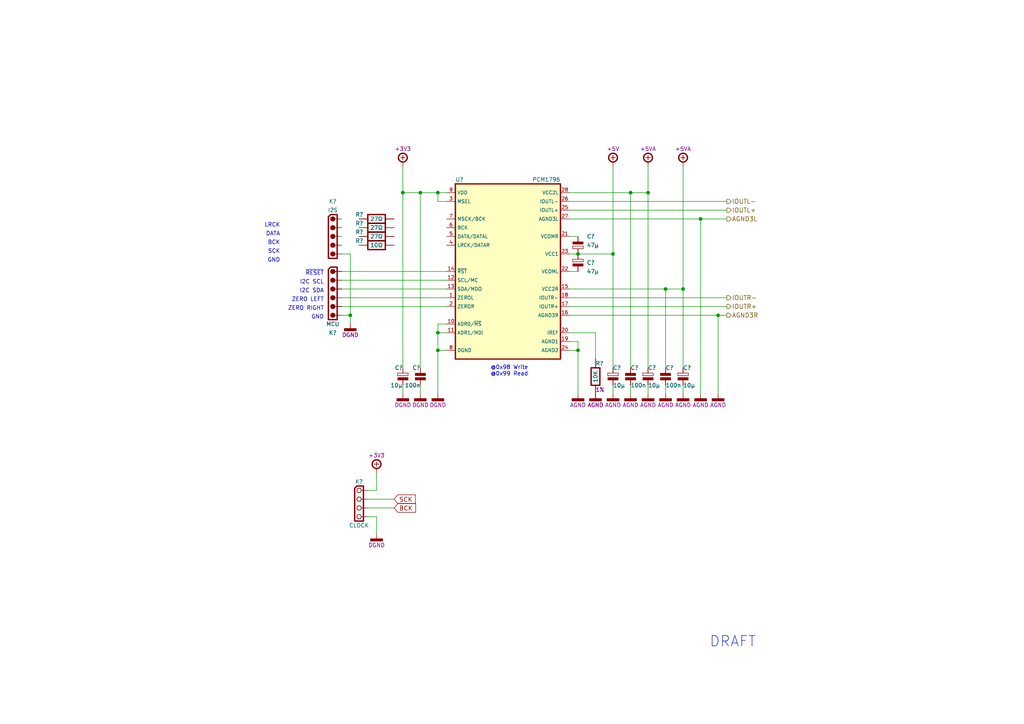
<source format=kicad_sch>
(kicad_sch (version 20230121) (generator eeschema)
  (paper "A4")
  (title_block (title "PCM1795/6") (date "01/2023") (rev "A") (comment 1 "DAC PCM1796"))
  (lib_symbols
    (symbol "KOASPEER-RT-1206-27R-1P_1" (pin_numbers hide) (pin_names (offset 0) hide)
      (property "Reference" "R" (at 2.54 1.27 0))
      (property "Value" "KOASPEER-RT-1206-27R-1P_1" (at 2.54 -1.27 0))
      (symbol "KOASPEER-RT-1206-27R-1P_1_0_1"
        (rectangle (start -1.27 -2.54) (end 1.27 2.54) (stroke (width 0.4)))
      )
      (symbol "KOASPEER-RT-1206-27R-1P_1_1_1"
        (pin passive line (at 0 5.08 270) (length 2.54) (name "~") (number "1"))
        (pin passive line (at 0 -5.08 90) (length 2.54) (name "~") (number "2"))
      )
    )
    (symbol "KOASPEER-RT-1206-27R-1P_2" (pin_numbers hide) (pin_names (offset 0) hide)
      (property "Reference" "R" (at 2.54 1.27 0))
      (property "Value" "KOASPEER-RT-1206-27R-1P_2" (at 2.54 -1.27 0))
      (symbol "KOASPEER-RT-1206-27R-1P_2_0_1"
        (rectangle (start -1.27 -2.54) (end 1.27 2.54) (stroke (width 0.4)))
      )
      (symbol "KOASPEER-RT-1206-27R-1P_2_1_1"
        (pin passive line (at 0 5.08 270) (length 2.54) (name "~") (number "1"))
        (pin passive line (at 0 -5.08 90) (length 2.54) (name "~") (number "2"))
      )
    )
    (symbol "tronixio:CAPACITOR-1206-1U-10P-X7R" (pin_numbers hide) (pin_names (offset 0) hide)
      (property "Reference" "C" (at 1 2.54 0))
      (property "Value" "CAPACITOR-1206-1U-10P-X7R" (at 1 -2.54 0))
      (symbol "CAPACITOR-1206-1U-10P-X7R_0_1"
        (rectangle (start -1.524 -0.254) (end 1.524 -1.016) (stroke (width 0.001)) (fill (type outline)))
        (rectangle (start -1.524 1.016) (end 1.524 0.254) (stroke (width 0.001)) (fill (type outline)))
      )
      (symbol "CAPACITOR-1206-1U-10P-X7R_1_1"
        (pin passive line (at 0 2.54 270) (length 1.905) (name "~") (number "1"))
        (pin passive line (at 0 -2.54 90) (length 1.905) (name "~") (number "2"))
      )
    )
    (symbol "tronixio:HARWIN-254-F-1X04-VERTICAL" (pin_numbers hide) (pin_names (offset 0) hide)
      (property "Reference" "K" (at 0 2.54 0))
      (property "Value" "HARWIN-254-F-1X04-VERTICAL" (at 0 -10.16 0))
      (symbol "HARWIN-254-F-1X04-VERTICAL_0_1"
        (circle (center 0 -7.62) (radius 0.635) (stroke (width 0.2)))
        (circle (center 0 -5.08) (radius 0.635) (stroke (width 0.2)))
        (circle (center 0 -2.54) (radius 0.635) (stroke (width 0.2)))
        (polyline (pts (xy -1.27 -8.89) (xy 1.27 -8.89) (xy 1.27 0.635) (xy 0.635 1.27) (xy -1.27 1.27) (xy -1.27 -8.89)) (stroke (width 0.4)))
        (circle (center 0 0) (radius 0.635) (stroke (width 0.2)))
      )
      (symbol "HARWIN-254-F-1X04-VERTICAL_1_1"
        (pin passive line (at -2.54 0 0) (length 1.905) (name "1") (number "1"))
        (pin passive line (at -2.54 -2.54 0) (length 1.905) (name "2") (number "2"))
        (pin passive line (at -2.54 -5.08 0) (length 1.905) (name "3") (number "3"))
        (pin passive line (at -2.54 -7.62 0) (length 1.905) (name "4") (number "4"))
      )
    )
    (symbol "tronixio:HARWIN-254-M-1X06-VERTICAL" (pin_numbers hide) (pin_names (offset 0) hide)
      (property "Reference" "K" (at 0 2.54 0))
      (property "Value" "HARWIN-254-M-1X06-VERTICAL" (at 0 -15.24 0))
      (symbol "HARWIN-254-M-1X06-VERTICAL_0_1"
        (circle (center 0 -12.7) (radius 0.635) (stroke (width 0.2)) (fill (type outline)))
        (circle (center 0 -10.16) (radius 0.635) (stroke (width 0.2)) (fill (type outline)))
        (circle (center 0 -7.62) (radius 0.635) (stroke (width 0.2)) (fill (type outline)))
        (circle (center 0 -5.08) (radius 0.635) (stroke (width 0.2)) (fill (type outline)))
        (circle (center 0 -2.54) (radius 0.635) (stroke (width 0.2)) (fill (type outline)))
        (polyline (pts (xy -1.27 -13.97) (xy 1.27 -13.97) (xy 1.27 0.635) (xy 0.635 1.27) (xy -1.27 1.27) (xy -1.27 -13.97)) (stroke (width 0.4)))
        (circle (center 0 0) (radius 0.635) (stroke (width 0.2)) (fill (type outline)))
      )
      (symbol "HARWIN-254-M-1X06-VERTICAL_1_1"
        (pin passive line (at -2.54 0 0) (length 1.905) (name "1") (number "1"))
        (pin passive line (at -2.54 -2.54 0) (length 1.905) (name "2") (number "2"))
        (pin passive line (at -2.54 -5.08 0) (length 1.905) (name "3") (number "3"))
        (pin passive line (at -2.54 -7.62 0) (length 1.905) (name "4") (number "4"))
        (pin passive line (at -2.54 -10.16 0) (length 1.905) (name "5") (number "5"))
        (pin passive line (at -2.54 -12.7 0) (length 1.905) (name "6") (number "6"))
      )
    )
    (symbol "tronixio:KOASPEER-RT-1206-10K-1P" (pin_numbers hide) (pin_names (offset 0) hide)
      (property "Reference" "R" (at 2.54 1.27 0))
      (property "Value" "KOASPEER-RT-1206-10K-1P" (at 2.54 -1.27 0))
      (symbol "KOASPEER-RT-1206-10K-1P_0_1"
        (rectangle (start -1.27 -2.54) (end 1.27 2.54) (stroke (width 0.4)))
      )
      (symbol "KOASPEER-RT-1206-10K-1P_1_1"
        (pin passive line (at 0 5.08 270) (length 2.54) (name "~") (number "1"))
        (pin passive line (at 0 -5.08 90) (length 2.54) (name "~") (number "2"))
      )
    )
    (symbol "tronixio:KOASPEER-RT-1206-10R-1P" (pin_numbers hide) (pin_names (offset 0) hide)
      (property "Reference" "R" (at 2.54 1.27 0))
      (property "Value" "KOASPEER-RT-1206-10R-1P" (at 2.54 -1.27 0))
      (symbol "KOASPEER-RT-1206-10R-1P_0_1"
        (rectangle (start -1.27 -2.54) (end 1.27 2.54) (stroke (width 0.4)))
      )
      (symbol "KOASPEER-RT-1206-10R-1P_1_1"
        (pin passive line (at 0 5.08 270) (length 2.54) (name "~") (number "1"))
        (pin passive line (at 0 -5.08 90) (length 2.54) (name "~") (number "2"))
      )
    )
    (symbol "tronixio:KOASPEER-RT-1206-27R-1P" (pin_numbers hide) (pin_names (offset 0) hide)
      (property "Reference" "R" (at 2.54 1.27 0))
      (property "Value" "KOASPEER-RT-1206-27R-1P" (at 2.54 -1.27 0))
      (symbol "KOASPEER-RT-1206-27R-1P_0_1"
        (rectangle (start -1.27 -2.54) (end 1.27 2.54) (stroke (width 0.4)))
      )
      (symbol "KOASPEER-RT-1206-27R-1P_1_1"
        (pin passive line (at 0 5.08 270) (length 2.54) (name "~") (number "1"))
        (pin passive line (at 0 -5.08 90) (length 2.54) (name "~") (number "2"))
      )
    )
    (symbol "tronixio:MOLEX-MICRO-LATCH-05-VERTICAL" (pin_numbers hide) (pin_names (offset 0) hide)
      (property "Reference" "K" (at 0 2.54 0))
      (property "Value" "MOLEX-MICRO-LATCH-05-VERTICAL" (at 0 -12.7 0))
      (symbol "MOLEX-MICRO-LATCH-05-VERTICAL_0_1"
        (circle (center 0 -10.16) (radius 0.635) (stroke (width 0.2)) (fill (type outline)))
        (circle (center 0 -7.62) (radius 0.635) (stroke (width 0.2)) (fill (type outline)))
        (circle (center 0 -5.08) (radius 0.635) (stroke (width 0.2)) (fill (type outline)))
        (circle (center 0 -2.54) (radius 0.635) (stroke (width 0.2)) (fill (type outline)))
        (polyline (pts (xy -1.27 -11.43) (xy 1.27 -11.43) (xy 1.27 0.635) (xy 0.635 1.27) (xy -1.27 1.27) (xy -1.27 -11.43)) (stroke (width 0.4)))
        (circle (center 0 0) (radius 0.635) (stroke (width 0.2)) (fill (type outline)))
      )
      (symbol "MOLEX-MICRO-LATCH-05-VERTICAL_1_1"
        (pin passive line (at -2.54 0 0) (length 1.905) (name "1") (number "1"))
        (pin passive line (at -2.54 -2.54 0) (length 1.905) (name "2") (number "2"))
        (pin passive line (at -2.54 -5.08 0) (length 1.905) (name "3") (number "3"))
        (pin passive line (at -2.54 -7.62 0) (length 1.905) (name "4") (number "4"))
        (pin passive line (at -2.54 -10.16 0) (length 1.905) (name "5") (number "5"))
      )
    )
    (symbol "tronixio:POWER-+3V3" (power) (pin_numbers hide) (pin_names (offset 0) hide)
      (property "Name" "+3V3" (at 0 5.08 0))
      (symbol "POWER-+3V3_0_1"
        (polyline (pts (xy -0.635 2.54) (xy 0.635 2.54)) (stroke (width 0.2)))
        (polyline (pts (xy 0 1.905) (xy 0 3.175)) (stroke (width 0.2)))
        (circle (center 0 2.54) (radius 1.27) (stroke (width 0.4)))
      )
      (symbol "POWER-+3V3_1_1"
        (pin power_in line (at 0 0 90) (length 1.27) (name "+3V3") (number "1"))
      )
    )
    (symbol "tronixio:POWER-+5V" (power) (pin_numbers hide) (pin_names (offset 0) hide)
      (property "Name" "+5V" (at 0 5.08 0))
      (symbol "POWER-+5V_0_1"
        (polyline (pts (xy -0.635 2.54) (xy 0.635 2.54)) (stroke (width 0.2)))
        (polyline (pts (xy 0 1.905) (xy 0 3.175)) (stroke (width 0.2)))
        (circle (center 0 2.54) (radius 1.27) (stroke (width 0.4)))
      )
      (symbol "POWER-+5V_1_1"
        (pin power_in line (at 0 0 90) (length 1.27) (name "+5V") (number "1"))
      )
    )
    (symbol "tronixio:POWER-+5VA" (power) (pin_numbers hide) (pin_names (offset 0) hide)
      (property "Name" "+5VA" (at 0 5.08 0))
      (symbol "POWER-+5VA_0_1"
        (polyline (pts (xy -0.635 2.54) (xy 0.635 2.54)) (stroke (width 0.2)))
        (polyline (pts (xy 0 1.905) (xy 0 3.175)) (stroke (width 0.2)))
        (circle (center 0 2.54) (radius 1.27) (stroke (width 0.4)))
      )
      (symbol "POWER-+5VA_1_1"
        (pin power_in line (at 0 0 90) (length 1.27) (name "+5VA") (number "1"))
      )
    )
    (symbol "tronixio:POWER-AGND" (power) (pin_numbers hide) (pin_names (offset 0) hide)
      (property "Name" "AGND" (at 0 -3.175 0))
      (symbol "POWER-AGND_0_1"
        (rectangle (start -1.778 -2.032) (end 1.778 -1.27) (stroke (width 0.001)) (fill (type outline)))
      )
      (symbol "POWER-AGND_1_1"
        (pin power_in line (at 0 0 270) (length 1.27) (name "AGND") (number "1"))
      )
    )
    (symbol "tronixio:POWER-DGND" (power) (pin_numbers hide) (pin_names (offset 0) hide)
      (property "Name" "DGND" (at 0 -3.175 0))
      (symbol "POWER-DGND_0_1"
        (rectangle (start -1.778 -2.032) (end 1.778 -1.27) (stroke (width 0.001)) (fill (type outline)))
      )
      (symbol "POWER-DGND_1_1"
        (pin power_in line (at 0 0 270) (length 1.27) (name "DGND") (number "1"))
      )
    )
    (symbol "tronixio:TI-PCM1796-I2C-SSOP-28" (pin_names (offset 0.5))
      (property "Reference" "U" (at 17.78 3.81 0))
      (property "Value" "TI-PCM1796-I2C-SSOP-28" (at 17.78 -49.53 0))
      (symbol "TI-PCM1796-I2C-SSOP-28_0_1"
        (rectangle (start 2.54 2.54) (end 33.02 -48.26) (stroke (width 0.4)) (fill (type background)))
      )
      (symbol "TI-PCM1796-I2C-SSOP-28_1_1"
        (pin bidirectional line (at 0 -30.48 0) (length 2.54) (name "ZEROL") (number "1"))
        (pin input line (at 0 -38.1 0) (length 2.54) (name "ADR0/~{MS}") (number "10"))
        (pin input line (at 0 -40.64 0) (length 2.54) (name "ADR1/MDI") (number "11"))
        (pin input line (at 0 -25.4 0) (length 2.54) (name "SCL/MC") (number "12"))
        (pin bidirectional line (at 0 -27.94 0) (length 2.54) (name "SDA/MDO") (number "13"))
        (pin input line (at 0 -22.86 0) (length 2.54) (name "~{RST}") (number "14"))
        (pin power_in line (at 35.56 -27.94 180) (length 2.54) (name "VCC2R") (number "15"))
        (pin power_in line (at 35.56 -35.56 180) (length 2.54) (name "AGND3R") (number "16"))
        (pin output line (at 35.56 -33.02 180) (length 2.54) (name "IOUTR+") (number "17"))
        (pin output line (at 35.56 -30.48 180) (length 2.54) (name "IOUTR-") (number "18"))
        (pin power_in line (at 35.56 -43.18 180) (length 2.54) (name "AGND1") (number "19"))
        (pin bidirectional line (at 0 -33.02 0) (length 2.54) (name "ZEROR") (number "2"))
        (pin output line (at 35.56 -40.64 180) (length 2.54) (name "IREF") (number "20"))
        (pin passive line (at 35.56 -12.7 180) (length 2.54) (name "VCOMR") (number "21"))
        (pin passive line (at 35.56 -22.86 180) (length 2.54) (name "VCOML") (number "22"))
        (pin power_in line (at 35.56 -17.78 180) (length 2.54) (name "VCC1") (number "23"))
        (pin power_in line (at 35.56 -45.72 180) (length 2.54) (name "AGND2") (number "24"))
        (pin output line (at 35.56 -5.08 180) (length 2.54) (name "IOUTL+") (number "25"))
        (pin output line (at 35.56 -2.54 180) (length 2.54) (name "IOUTL-") (number "26"))
        (pin power_in line (at 35.56 -7.62 180) (length 2.54) (name "AGND3L") (number "27"))
        (pin power_in line (at 35.56 0 180) (length 2.54) (name "VCC2L") (number "28"))
        (pin input line (at 0 -2.54 0) (length 2.54) (name "MSEL") (number "3"))
        (pin input line (at 0 -15.24 0) (length 2.54) (name "LRCK/DATAR") (number "4"))
        (pin input line (at 0 -12.7 0) (length 2.54) (name "DATA/DATAL") (number "5"))
        (pin input line (at 0 -10.16 0) (length 2.54) (name "BCK") (number "6"))
        (pin input line (at 0 -7.62 0) (length 2.54) (name "MSCK/BCK") (number "7"))
        (pin power_in line (at 0 -45.72 0) (length 2.54) (name "DGND") (number "8"))
        (pin power_in line (at 0 0 0) (length 2.54) (name "VDD") (number "9"))
      )
    )
    (symbol "tronixio:WURTH-WCAP-AT1H-10U-35V" (pin_numbers hide) (pin_names (offset 0) hide)
      (property "Reference" "C" (at 1.27 2.54 0))
      (property "Value" "WURTH-WCAP-AT1H-10U-35V" (at 1.27 -2.54 0))
      (symbol "WURTH-WCAP-AT1H-10U-35V_0_1"
        (rectangle (start -1.524 -0.254) (end 1.524 -1.016) (stroke (width 0.001)) (fill (type outline)))
        (rectangle (start -1.524 1.016) (end 1.524 0.254) (stroke (width 0.1524)))
      )
      (symbol "WURTH-WCAP-AT1H-10U-35V_1_1"
        (pin passive line (at 0 2.54 270) (length 1.5) (name "~") (number "1"))
        (pin passive line (at 0 -2.54 90) (length 1.905) (name "~") (number "2"))
      )
    )
    (symbol "tronixio:WURTH-WCAP-AT1H-47U-35V" (pin_numbers hide) (pin_names (offset 0) hide)
      (property "Reference" "C" (at 1.27 2.54 0))
      (property "Value" "WURTH-WCAP-AT1H-47U-35V" (at 1.27 -2.54 0))
      (symbol "WURTH-WCAP-AT1H-47U-35V_0_1"
        (rectangle (start -1.524 -0.254) (end 1.524 -1.016) (stroke (width 0.001)) (fill (type outline)))
        (rectangle (start -1.524 1.016) (end 1.524 0.254) (stroke (width 0.1524)))
      )
      (symbol "WURTH-WCAP-AT1H-47U-35V_1_1"
        (pin passive line (at 0 2.54 270) (length 1.5) (name "~") (number "1"))
        (pin passive line (at 0 -2.54 90) (length 1.905) (name "~") (number "2"))
      )
    )
  )
  (junction (at 182.88 55.88))
  (junction (at 127 55.88))
  (junction (at 167.64 101.6))
  (junction (at 101.6 91.44))
  (junction (at 127 101.6))
  (junction (at 187.96 55.88))
  (junction (at 127 96.52))
  (junction (at 198.12 83.82))
  (junction (at 116.84 55.88))
  (junction (at 121.92 55.88))
  (junction (at 203.2 63.5))
  (junction (at 193.04 83.82))
  (junction (at 167.64 73.66))
  (junction (at 177.8 73.66))
  (junction (at 208.28 91.44))
  (wire (pts (xy 193.04 114.3) (xy 193.04 111.76)))
  (wire (pts (xy 165.1 73.66) (xy 167.64 73.66)))
  (wire (pts (xy 165.1 83.82) (xy 193.04 83.82)))
  (wire (pts (xy 165.1 55.88) (xy 182.88 55.88)))
  (wire (pts (xy 109.22 142.24) (xy 109.22 137.16)))
  (wire (pts (xy 165.1 88.9) (xy 210.82 88.9)))
  (wire (pts (xy 165.1 58.42) (xy 210.82 58.42)))
  (wire (pts (xy 121.92 106.68) (xy 121.92 55.88)))
  (wire (pts (xy 127 96.52) (xy 127 101.6)))
  (wire (pts (xy 99.06 91.44) (xy 101.6 91.44)))
  (wire (pts (xy 116.84 106.68) (xy 116.84 55.88)))
  (wire (pts (xy 167.64 73.66) (xy 177.8 73.66)))
  (wire (pts (xy 129.54 96.52) (xy 127 96.52)))
  (wire (pts (xy 99.06 88.9) (xy 129.54 88.9)))
  (wire (pts (xy 165.1 91.44) (xy 208.28 91.44)))
  (wire (pts (xy 165.1 60.96) (xy 210.82 60.96)))
  (wire (pts (xy 172.72 96.52) (xy 172.72 104.14)))
  (wire (pts (xy 101.6 73.66) (xy 101.6 91.44)))
  (wire (pts (xy 187.96 48.26) (xy 187.96 55.88)))
  (wire (pts (xy 121.92 55.88) (xy 127 55.88)))
  (wire (pts (xy 127 55.88) (xy 127 58.42)))
  (wire (pts (xy 198.12 48.26) (xy 198.12 83.82)))
  (wire (pts (xy 116.84 55.88) (xy 121.92 55.88)))
  (wire (pts (xy 109.22 149.86) (xy 109.22 154.94)))
  (wire (pts (xy 187.96 55.88) (xy 187.96 106.68)))
  (wire (pts (xy 99.06 73.66) (xy 101.6 73.66)))
  (wire (pts (xy 127 93.98) (xy 127 96.52)))
  (wire (pts (xy 208.28 91.44) (xy 208.28 114.3)))
  (wire (pts (xy 106.68 149.86) (xy 109.22 149.86)))
  (wire (pts (xy 165.1 86.36) (xy 210.82 86.36)))
  (wire (pts (xy 177.8 111.76) (xy 177.8 114.3)))
  (wire (pts (xy 165.1 96.52) (xy 172.72 96.52)))
  (wire (pts (xy 99.06 86.36) (xy 129.54 86.36)))
  (wire (pts (xy 165.1 63.5) (xy 203.2 63.5)))
  (wire (pts (xy 182.88 55.88) (xy 187.96 55.88)))
  (wire (pts (xy 106.68 147.32) (xy 114.3 147.32)))
  (wire (pts (xy 167.64 99.06) (xy 167.64 101.6)))
  (wire (pts (xy 182.88 55.88) (xy 182.88 106.68)))
  (wire (pts (xy 121.92 111.76) (xy 121.92 114.3)))
  (wire (pts (xy 127 55.88) (xy 129.54 55.88)))
  (wire (pts (xy 165.1 101.6) (xy 167.64 101.6)))
  (wire (pts (xy 106.68 142.24) (xy 109.22 142.24)))
  (wire (pts (xy 116.84 48.26) (xy 116.84 55.88)))
  (wire (pts (xy 182.88 114.3) (xy 182.88 111.76)))
  (wire (pts (xy 165.1 78.74) (xy 167.64 78.74)))
  (wire (pts (xy 203.2 63.5) (xy 203.2 114.3)))
  (wire (pts (xy 116.84 114.3) (xy 116.84 111.76)))
  (wire (pts (xy 167.64 101.6) (xy 167.64 114.3)))
  (wire (pts (xy 193.04 83.82) (xy 198.12 83.82)))
  (wire (pts (xy 198.12 83.82) (xy 198.12 106.68)))
  (wire (pts (xy 127 101.6) (xy 129.54 101.6)))
  (wire (pts (xy 208.28 91.44) (xy 210.82 91.44)))
  (wire (pts (xy 127 101.6) (xy 127 114.3)))
  (wire (pts (xy 165.1 99.06) (xy 167.64 99.06)))
  (wire (pts (xy 106.68 144.78) (xy 114.3 144.78)))
  (wire (pts (xy 177.8 73.66) (xy 177.8 106.68)))
  (wire (pts (xy 198.12 114.3) (xy 198.12 111.76)))
  (wire (pts (xy 99.06 78.74) (xy 129.54 78.74)))
  (wire (pts (xy 187.96 114.3) (xy 187.96 111.76)))
  (wire (pts (xy 177.8 48.26) (xy 177.8 73.66)))
  (wire (pts (xy 203.2 63.5) (xy 210.82 63.5)))
  (wire (pts (xy 101.6 93.98) (xy 101.6 91.44)))
  (wire (pts (xy 129.54 93.98) (xy 127 93.98)))
  (wire (pts (xy 129.54 58.42) (xy 127 58.42)))
  (wire (pts (xy 165.1 68.58) (xy 167.64 68.58)))
  (wire (pts (xy 99.06 83.82) (xy 129.54 83.82)))
  (wire (pts (xy 99.06 81.28) (xy 129.54 81.28)))
  (wire (pts (xy 193.04 83.82) (xy 193.04 106.68)))
  (text "@0x98 Write\n@0x99 Read" (at 142.24 109.22 0) (effects (font (size 1.15 1.15)) (justify left bottom)))
  (text "LRCK" (at 81.28 66.04 0) (effects (font (size 1.15 1.15)) (justify right bottom)))
  (text "BCK" (at 81.28 71.12 0) (effects (font (size 1.15 1.15)) (justify right bottom)))
  (text "SCK" (at 81.28 73.66 0) (effects (font (size 1.15 1.15)) (justify right bottom)))
  (text "DATA" (at 81.28 68.58 0) (effects (font (size 1.15 1.15)) (justify right bottom)))
  (text "ZERO RIGHT" (at 93.98 90.17 0) (effects (font (size 1.15 1.15)) (justify right bottom)))
  (text "GND" (at 93.98 92.71 0) (effects (font (size 1.15 1.15)) (justify right bottom)))
  (text "GND" (at 81.28 76.2 0) (effects (font (size 1.15 1.15)) (justify right bottom)))
  (text "~{RESET}" (at 93.98 80.01 0) (effects (font (size 1.15 1.15)) (justify right bottom)))
  (text "ZERO LEFT" (at 93.98 87.63 0) (effects (font (size 1.15 1.15)) (justify right bottom)))
  (text "I2C SDA" (at 93.98 85.09 0) (effects (font (size 1.15 1.15)) (justify right bottom)))
  (text "I2C SCL" (at 93.98 82.55 0) (effects (font (size 1.15 1.15)) (justify right bottom)))
  (text "DRAFT" (at 205.74 187.96 0) (effects (font (size 3 3)) (justify left bottom)))
  (global_label "BCK" (shape input) (at 114.3 147.32 0) (property "Intersheetrefs" "${INTERSHEET_REFS}" (effects hide)))
  (global_label "SCK" (shape input) (at 114.3 144.78 0) (property "Intersheetrefs" "${INTERSHEET_REFS}" (effects hide)))
  (hierarchical_label "IOUTL+" (shape output) (at 210.82 60.96 0))
  (hierarchical_label "IOUTL-" (shape output) (at 210.82 58.42 0))
  (hierarchical_label "IOUTR-" (shape output) (at 210.82 86.36 0))
  (hierarchical_label "IOUTR+" (shape output) (at 210.82 88.9 0))
  (hierarchical_label "AGND3R" (shape output) (at 210.82 91.44 0))
  (hierarchical_label "AGND3L" (shape output) (at 210.82 63.5 0))
  (symbol (lib_id "tronixio:TI-PCM1796-I2C-SSOP-28") (at 129.54 55.88 0) (unit 1)
    (property "Reference" "U?" (at 132.08 52.07 0) (effects (font (size 1.15 1.15)) (justify left)))
    (property "Value" "PCM1796" (at 162.56 52.07 0) (effects (font (size 1.15 1.15)) (justify right)))
    (property "Footprint" "tronixio:SSOP-28" (effects hide))
    (property "Datasheet" "https://www.ti.com/product/PCM1796" (effects hide))
    (property "Mouser" "595-PCM1796DBR" (effects hide))
    (instances (project "main" (path "" (reference "U?") (unit 1)) (path "" (reference "U301") (unit 1)) (path "" (reference "U201") (unit 1))))
  )
  (symbol (lib_id "tronixio:POWER-+5VA") (at 198.12 48.26 0) (unit 1)
    (property "Reference" "#PWR?" (effects hide))
    (property "Value" "POWER-VCC-1" (effects hide))
    (property "Name" "+5VA" (at 198.12 43.18 0) (effects (font (size 1.15 1.15))))
    (instances (project "main" (path "" (reference "#PWR?") (unit 1)) (path "" (reference "#PWR0316") (unit 1)) (path "" (reference "#PWR0216") (unit 1))))
  )
  (symbol (lib_id "tronixio:POWER-AGND") (at 177.8 114.3 0) (unit 1)
    (property "Reference" "#PWR?" (effects hide))
    (property "Value" "POWER-AGND" (effects hide))
    (property "Name" "AGND" (at 177.8 117.475 0) (effects (font (size 1.15 1.15))))
    (instances (project "main" (path "" (reference "#PWR?") (unit 1)) (path "" (reference "#PWR0311") (unit 1)) (path "" (reference "#PWR0211") (unit 1))))
  )
  (symbol (lib_id "tronixio:POWER-DGND") (at 101.6 93.98 0) (unit 1)
    (property "Reference" "#PWR?" (effects hide))
    (property "Value" "POWER-DGND" (effects hide))
    (property "Name" "DGND" (at 101.6 97.155 0) (effects (font (size 1.15 1.15))))
    (instances (project "main" (path "" (reference "#PWR?") (unit 1)) (path "" (reference "#PWR0303") (unit 1)) (path "" (reference "#PWR0201") (unit 1))))
  )
  (symbol (lib_id "tronixio:WURTH-WCAP-AT1H-47U-35V") (at 167.64 71.12 180) (unit 1)
    (property "Reference" "C?" (at 170.18 68.58 0) (effects (font (size 1.15 1.15)) (justify right)))
    (property "Value" "47µ" (at 170.18 71.12 0) (effects (font (size 1.15 1.15)) (justify right)))
    (property "Footprint" "tronixio:CAPACITOR-ELECTROLYTIC-RADIAL-080-115-035-WURTH" (effects hide))
    (property "Datasheet" "https://www.we-online.com/catalog/datasheet/860240574004.pdf" (effects hide))
    (property "Tolerance" "20%" (effects hide))
    (property "Mouser" "710-860240574004" (effects hide))
    (property "Voltage" "35V" (effects hide))
    (instances (project "main" (path "" (reference "C?") (unit 1)) (path "" (reference "C303") (unit 1)) (path "" (reference "C203") (unit 1))))
  )
  (symbol (lib_id "tronixio:POWER-AGND") (at 172.72 114.3 0) (unit 1)
    (property "Reference" "#PWR?" (effects hide))
    (property "Value" "POWER-AGND" (effects hide))
    (property "Name" "AGND" (at 172.72 117.475 0) (effects (font (size 1.15 1.15))))
    (instances (project "main" (path "" (reference "#PWR?") (unit 1)) (path "" (reference "#PWR0309") (unit 1)) (path "" (reference "#PWR0209") (unit 1))))
  )
  (symbol (lib_id "tronixio:WURTH-WCAP-AT1H-10U-35V") (at 187.96 109.22 0) (unit 1)
    (property "Reference" "C?" (at 187.96 106.68 0) (effects (font (size 1.15 1.15)) (justify left)))
    (property "Value" "10µ" (at 187.96 111.76 0) (effects (font (size 1.15 1.15)) (justify left)))
    (property "Footprint" "tronixio:CAPACITOR-ELECTROLYTIC-RADIAL-050-110-020-WURTH" (effects hide))
    (property "Datasheet" "https://www.we-online.com/catalog/datasheet/860240572001.pdf" (effects hide))
    (property "Tolerance" "20%" (effects hide))
    (property "Mouser" "710-860240572001" (effects hide))
    (property "Voltage" "35V" (effects hide))
    (property "Life" "5000H" (effects hide))
    (instances (project "main" (path "" (reference "C?") (unit 1)) (path "" (reference "C307") (unit 1)) (path "" (reference "C207") (unit 1))))
  )
  (symbol (lib_id "tronixio:MOLEX-MICRO-LATCH-05-VERTICAL") (at 96.52 63.5 0) (mirror y) (unit 1)
    (property "Reference" "K?" (at 96.52 58.42 0) (effects (font (size 1.15 1.15))))
    (property "Value" "I2S" (at 96.52 60.96 0) (effects (font (size 1.15 1.15))))
    (property "Footprint" "tronixio:MOLEX-532530570" (effects hide))
    (property "Datasheet" "https://www.molex.com/pdm_docs/sd/532530570_sd.pdf" (effects hide))
    (property "Mouser" "538-53253-0570" (effects hide))
    (instances (project "main" (path "" (reference "K?") (unit 1)) (path "" (reference "K302") (unit 1)) (path "" (reference "K201") (unit 1))))
  )
  (symbol (lib_id "tronixio:CAPACITOR-1206-1U-10P-X7R") (at 193.04 109.22 0) (unit 1)
    (property "Reference" "C?" (at 193.04 106.68 0) (effects (font (size 1.15 1.15)) (justify left)))
    (property "Value" "100n" (at 193.04 111.76 0) (effects (font (size 1.15 1.15)) (justify left)))
    (property "Footprint" "tronixio:CAPACITOR-SMD-1206" (effects hide))
    (property "Datasheet" "https://content.kemet.com/datasheets/KEM_C1090_X7R_ESD.pdf" (effects hide))
    (property "Voltage" "50V" (effects hide))
    (property "Tolerance" "10%" (effects hide))
    (property "Mouser" "80-C1206C105K5R" (effects hide))
    (instances (project "main" (path "" (reference "C?") (unit 1)) (path "" (reference "C308") (unit 1)) (path "" (reference "C208") (unit 1))))
  )
  (symbol (lib_id "tronixio:POWER-AGND") (at 208.28 114.3 0) (unit 1)
    (property "Reference" "#PWR?" (effects hide))
    (property "Value" "POWER-AGND" (effects hide))
    (property "Name" "AGND" (at 208.28 117.475 0) (effects (font (size 1.15 1.15))))
    (instances (project "main" (path "" (reference "#PWR?") (unit 1)) (path "" (reference "#PWR0319") (unit 1)) (path "" (reference "#PWR0219") (unit 1))))
  )
  (symbol (lib_id "tronixio:POWER-AGND") (at 182.88 114.3 0) (unit 1)
    (property "Reference" "#PWR?" (effects hide))
    (property "Value" "POWER-AGND" (effects hide))
    (property "Name" "AGND" (at 182.88 117.475 0) (effects (font (size 1.15 1.15))))
    (instances (project "main" (path "" (reference "#PWR?") (unit 1)) (path "" (reference "#PWR0312") (unit 1)) (path "" (reference "#PWR0212") (unit 1))))
  )
  (symbol (lib_id "tronixio:WURTH-WCAP-AT1H-47U-35V") (at 167.64 76.2 0) (unit 1)
    (property "Reference" "C?" (at 170.18 76.2 0) (effects (font (size 1.15 1.15)) (justify left)))
    (property "Value" "47µ" (at 170.18 78.74 0) (effects (font (size 1.15 1.15)) (justify left)))
    (property "Footprint" "tronixio:CAPACITOR-ELECTROLYTIC-RADIAL-080-115-035-WURTH" (effects hide))
    (property "Datasheet" "https://www.we-online.com/catalog/datasheet/860240574004.pdf" (effects hide))
    (property "Tolerance" "20%" (effects hide))
    (property "Mouser" "710-860240574004" (effects hide))
    (property "Voltage" "35V" (effects hide))
    (instances (project "main" (path "" (reference "C?") (unit 1)) (path "" (reference "C304") (unit 1)) (path "" (reference "C204") (unit 1))))
  )
  (symbol (lib_id "tronixio:HARWIN-254-F-1X04-VERTICAL") (at 104.14 142.24 0) (mirror y) (unit 1)
    (property "Reference" "K?" (at 104.14 139.7 0) (effects (font (size 1.15 1.15))))
    (property "Value" "CLOCK" (at 104.14 152.4 0) (effects (font (size 1.15 1.15))))
    (property "Footprint" "tronixio:HARWIN-M20-782044x" (effects hide))
    (property "Datasheet" "https://www.harwin.com/products/M20-7820446/" (effects hide))
    (property "Mouser" "855-M20-782044" (effects hide))
    (instances (project "main" (path "" (reference "K?") (unit 1)) (path "" (reference "K301") (unit 1)) (path "" (reference "K203") (unit 1))))
  )
  (symbol (lib_id "tronixio:POWER-DGND") (at 121.92 114.3 0) (unit 1)
    (property "Reference" "#PWR?" (effects hide))
    (property "Value" "POWER-DGND" (effects hide))
    (property "Name" "DGND" (at 121.92 117.475 0) (effects (font (size 1.15 1.15))))
    (instances (project "main" (path "" (reference "#PWR?") (unit 1)) (path "" (reference "#PWR0306") (unit 1)) (path "" (reference "#PWR0206") (unit 1))))
  )
  (symbol (lib_id "tronixio:KOASPEER-RT-1206-27R-1P") (at 109.22 63.5 90) (unit 1)
    (property "Reference" "R?" (at 105.41 62.23 90) (effects (font (size 1.15 1.15)) (justify left)))
    (property "Value" "27Ω" (at 109.22 63.5 90) (effects (font (size 1.15 1.15))))
    (property "Footprint" "tronixio:RESISTOR-SMD-1206" (effects hide))
    (property "Datasheet" "https://www.yageo.com/en/Product/Index/rchip/thin_film/rt" (effects hide))
    (property "Tolerance" "1%" (effects hide))
    (property "Mouser" "603-RT1206FRE0727RL" (effects hide))
    (instances (project "main" (path "" (reference "R?") (unit 1)) (path "" (reference "R301") (unit 1)) (path "" (reference "R201") (unit 1))))
  )
  (symbol (lib_id "tronixio:POWER-AGND") (at 193.04 114.3 0) (unit 1)
    (property "Reference" "#PWR?" (effects hide))
    (property "Value" "POWER-AGND" (effects hide))
    (property "Name" "AGND" (at 193.04 117.475 0) (effects (font (size 1.15 1.15))))
    (instances (project "main" (path "" (reference "#PWR?") (unit 1)) (path "" (reference "#PWR0315") (unit 1)) (path "" (reference "#PWR0215") (unit 1))))
  )
  (symbol (lib_name "KOASPEER-RT-1206-27R-1P_1") (lib_id "tronixio:KOASPEER-RT-1206-27R-1P") (at 109.22 66.04 90) (unit 1)
    (property "Reference" "R?" (at 105.41 64.77 90) (effects (font (size 1.15 1.15)) (justify left)))
    (property "Value" "27Ω" (at 109.22 66.04 90) (effects (font (size 1.15 1.15))))
    (property "Footprint" "tronixio:RESISTOR-SMD-1206" (effects hide))
    (property "Datasheet" "https://www.yageo.com/en/Product/Index/rchip/thin_film/rt" (effects hide))
    (property "Tolerance" "1%" (effects hide))
    (property "Mouser" "603-RT1206FRE0727RL" (effects hide))
    (instances (project "main" (path "" (reference "R?") (unit 1)) (path "" (reference "R302") (unit 1)) (path "" (reference "R202") (unit 1))))
  )
  (symbol (lib_id "tronixio:POWER-DGND") (at 116.84 114.3 0) (unit 1)
    (property "Reference" "#PWR?" (effects hide))
    (property "Value" "POWER-DGND" (effects hide))
    (property "Name" "DGND" (at 116.84 117.475 0) (effects (font (size 1.15 1.15))))
    (instances (project "main" (path "" (reference "#PWR?") (unit 1)) (path "" (reference "#PWR0305") (unit 1)) (path "" (reference "#PWR0205") (unit 1))))
  )
  (symbol (lib_id "tronixio:POWER-+5VA") (at 187.96 48.26 0) (unit 1)
    (property "Reference" "#PWR?" (effects hide))
    (property "Value" "POWER-VCC-1" (effects hide))
    (property "Name" "+5VA" (at 187.96 43.18 0) (effects (font (size 1.15 1.15))))
    (instances (project "main" (path "" (reference "#PWR?") (unit 1)) (path "" (reference "#PWR0313") (unit 1)) (path "" (reference "#PWR0213") (unit 1))))
  )
  (symbol (lib_id "tronixio:KOASPEER-RT-1206-10R-1P") (at 109.22 71.12 90) (unit 1)
    (property "Reference" "R?" (at 105.41 69.85 90) (effects (font (size 1.15 1.15)) (justify left)))
    (property "Value" "10Ω" (at 109.22 71.12 90) (effects (font (size 1.15 1.15))))
    (property "Footprint" "tronixio:RESISTOR-SMD-1206" (effects hide))
    (property "Datasheet" "https://www.yageo.com/en/Product/Index/rchip/thin_film/rt" (effects hide))
    (property "Tolerance" "1%" (effects hide))
    (property "Mouser" "603-RT1206FRE1310RL" (effects hide))
    (instances (project "main" (path "" (reference "R?") (unit 1)) (path "" (reference "R304") (unit 1)) (path "" (reference "R204") (unit 1))))
  )
  (symbol (lib_id "tronixio:CAPACITOR-1206-1U-10P-X7R") (at 182.88 109.22 0) (unit 1)
    (property "Reference" "C?" (at 182.88 106.68 0) (effects (font (size 1.15 1.15)) (justify left)))
    (property "Value" "100n" (at 182.88 111.76 0) (effects (font (size 1.15 1.15)) (justify left)))
    (property "Footprint" "tronixio:CAPACITOR-SMD-1206" (effects hide))
    (property "Datasheet" "https://content.kemet.com/datasheets/KEM_C1090_X7R_ESD.pdf" (effects hide))
    (property "Voltage" "50V" (effects hide))
    (property "Tolerance" "10%" (effects hide))
    (property "Mouser" "80-C1206C105K5R" (effects hide))
    (instances (project "main" (path "" (reference "C?") (unit 1)) (path "" (reference "C306") (unit 1)) (path "" (reference "C206") (unit 1))))
  )
  (symbol (lib_id "tronixio:POWER-+3V3") (at 109.22 137.16 0) (unit 1)
    (property "Reference" "#PWR?" (effects hide))
    (property "Value" "POWER-+3V3" (effects hide))
    (property "Name" "+3V3" (at 109.22 132.08 0) (effects (font (size 1.15 1.15))))
    (instances (project "main" (path "" (reference "#PWR?") (unit 1)) (path "" (reference "#PWR0301") (unit 1)) (path "" (reference "#PWR0202") (unit 1))))
  )
  (symbol (lib_id "tronixio:WURTH-WCAP-AT1H-10U-35V") (at 177.8 109.22 0) (unit 1)
    (property "Reference" "C?" (at 177.8 106.68 0) (effects (font (size 1.15 1.15)) (justify left)))
    (property "Value" "10µ" (at 177.8 111.76 0) (effects (font (size 1.15 1.15)) (justify left)))
    (property "Footprint" "tronixio:CAPACITOR-ELECTROLYTIC-RADIAL-050-110-020-WURTH" (effects hide))
    (property "Datasheet" "https://www.we-online.com/catalog/datasheet/860240572001.pdf" (effects hide))
    (property "Tolerance" "20%" (effects hide))
    (property "Mouser" "710-860240572001" (effects hide))
    (property "Voltage" "35V" (effects hide))
    (property "Life" "5000H" (effects hide))
    (instances (project "main" (path "" (reference "C?") (unit 1)) (path "" (reference "C305") (unit 1)) (path "" (reference "C205") (unit 1))))
  )
  (symbol (lib_id "tronixio:POWER-DGND") (at 127 114.3 0) (unit 1)
    (property "Reference" "#PWR?" (effects hide))
    (property "Value" "POWER-DGND" (effects hide))
    (property "Name" "DGND" (at 127 117.475 0) (effects (font (size 1.15 1.15))))
    (instances (project "main" (path "" (reference "#PWR?") (unit 1)) (path "" (reference "#PWR0307") (unit 1)) (path "" (reference "#PWR0207") (unit 1))))
  )
  (symbol (lib_id "tronixio:HARWIN-254-M-1X06-VERTICAL") (at 96.52 78.74 0) (mirror y) (unit 1)
    (property "Reference" "K?" (at 96.52 96.52 0) (effects (font (size 1.15 1.15))))
    (property "Value" "MCU" (at 96.52 93.98 0) (effects (font (size 1.15 1.15))))
    (property "Footprint" "tronixio:HARWIN-M20-999064x" (effects hide))
    (property "Datasheet" "https://www.harwin.com/products/M20-9990646/" (effects hide))
    (property "Mouser" "855-M20-999064" (effects hide))
    (property "Name" "HARWIN-254-M-1X06-VERTICAL" (effects hide))
    (instances (project "main" (path "" (reference "K?") (unit 1)) (path "" (reference "K303") (unit 1)) (path "" (reference "K202") (unit 1))))
  )
  (symbol (lib_id "tronixio:POWER-+3V3") (at 116.84 48.26 0) (unit 1)
    (property "Reference" "#PWR?" (effects hide))
    (property "Value" "POWER-+3V3" (effects hide))
    (property "Name" "+3V3" (at 116.84 43.18 0) (effects (font (size 1.15 1.15))))
    (instances (project "main" (path "" (reference "#PWR?") (unit 1)) (path "" (reference "#PWR0304") (unit 1)) (path "" (reference "#PWR0204") (unit 1))))
  )
  (symbol (lib_id "tronixio:KOASPEER-RT-1206-10K-1P") (at 172.72 109.22 0) (unit 1)
    (property "Reference" "R?" (at 172.72 105.41 0) (effects (font (size 1.15 1.15)) (justify left)))
    (property "Value" "10K" (at 172.72 109.22 90) (effects (font (size 1.15 1.15))))
    (property "Footprint" "tronixio:RESISTOR-SMD-1206" (effects hide))
    (property "Datasheet" "https://www.yageo.com/en/Product/Index/rchip/thin_film/rt" (effects hide))
    (property "Tolerance" "1%" (at 172.72 113.03 0) (effects (font (size 1.15 1.15)) (justify left)))
    (property "Mouser" "603-RT1206FRE1310KL" (effects hide))
    (instances (project "main" (path "" (reference "R?") (unit 1)) (path "" (reference "R305") (unit 1)) (path "" (reference "R205") (unit 1))))
  )
  (symbol (lib_id "tronixio:WURTH-WCAP-AT1H-10U-35V") (at 116.84 109.22 0) (unit 1)
    (property "Reference" "C?" (at 116.84 106.68 0) (effects (font (size 1.15 1.15)) (justify right)))
    (property "Value" "10µ" (at 116.84 111.76 0) (effects (font (size 1.15 1.15)) (justify right)))
    (property "Footprint" "tronixio:CAPACITOR-ELECTROLYTIC-RADIAL-050-110-020-WURTH" (effects hide))
    (property "Datasheet" "https://www.we-online.com/catalog/datasheet/860240572001.pdf" (effects hide))
    (property "Tolerance" "20%" (effects hide))
    (property "Mouser" "710-860240572001" (effects hide))
    (property "Voltage" "35V" (effects hide))
    (property "Life" "5000H" (effects hide))
    (instances (project "main" (path "" (reference "C?") (unit 1)) (path "" (reference "C301") (unit 1)) (path "" (reference "C201") (unit 1))))
  )
  (symbol (lib_name "KOASPEER-RT-1206-27R-1P_2") (lib_id "tronixio:KOASPEER-RT-1206-27R-1P") (at 109.22 68.58 90) (unit 1)
    (property "Reference" "R?" (at 105.41 67.31 90) (effects (font (size 1.15 1.15)) (justify left)))
    (property "Value" "27Ω" (at 109.22 68.58 90) (effects (font (size 1.15 1.15))))
    (property "Footprint" "tronixio:RESISTOR-SMD-1206" (effects hide))
    (property "Datasheet" "https://www.yageo.com/en/Product/Index/rchip/thin_film/rt" (effects hide))
    (property "Tolerance" "1%" (effects hide))
    (property "Mouser" "603-RT1206FRE0727RL" (effects hide))
    (instances (project "main" (path "" (reference "R?") (unit 1)) (path "" (reference "R303") (unit 1)) (path "" (reference "R203") (unit 1))))
  )
  (symbol (lib_id "tronixio:WURTH-WCAP-AT1H-10U-35V") (at 198.12 109.22 0) (unit 1)
    (property "Reference" "C?" (at 198.12 106.68 0) (effects (font (size 1.15 1.15)) (justify left)))
    (property "Value" "10µ" (at 198.12 111.76 0) (effects (font (size 1.15 1.15)) (justify left)))
    (property "Footprint" "tronixio:CAPACITOR-ELECTROLYTIC-RADIAL-050-110-020-WURTH" (effects hide))
    (property "Datasheet" "https://www.we-online.com/catalog/datasheet/860240572001.pdf" (effects hide))
    (property "Tolerance" "20%" (effects hide))
    (property "Mouser" "710-860240572001" (effects hide))
    (property "Voltage" "35V" (effects hide))
    (property "Life" "5000H" (effects hide))
    (instances (project "main" (path "" (reference "C?") (unit 1)) (path "" (reference "C309") (unit 1)) (path "" (reference "C209") (unit 1))))
  )
  (symbol (lib_id "tronixio:POWER-AGND") (at 167.64 114.3 0) (unit 1)
    (property "Reference" "#PWR?" (effects hide))
    (property "Value" "POWER-AGND" (effects hide))
    (property "Name" "AGND" (at 167.64 117.475 0) (effects (font (size 1.15 1.15))))
    (instances (project "main" (path "" (reference "#PWR?") (unit 1)) (path "" (reference "#PWR0308") (unit 1)) (path "" (reference "#PWR0208") (unit 1))))
  )
  (symbol (lib_id "tronixio:POWER-AGND") (at 187.96 114.3 0) (unit 1)
    (property "Reference" "#PWR?" (effects hide))
    (property "Value" "POWER-AGND" (effects hide))
    (property "Name" "AGND" (at 187.96 117.475 0) (effects (font (size 1.15 1.15))))
    (instances (project "main" (path "" (reference "#PWR?") (unit 1)) (path "" (reference "#PWR0314") (unit 1)) (path "" (reference "#PWR0214") (unit 1))))
  )
  (symbol (lib_id "tronixio:CAPACITOR-1206-1U-10P-X7R") (at 121.92 109.22 0) (unit 1)
    (property "Reference" "C?" (at 121.92 106.68 0) (effects (font (size 1.15 1.15)) (justify right)))
    (property "Value" "100n" (at 121.92 111.76 0) (effects (font (size 1.15 1.15)) (justify right)))
    (property "Footprint" "tronixio:CAPACITOR-SMD-1206" (effects hide))
    (property "Datasheet" "https://content.kemet.com/datasheets/KEM_C1090_X7R_ESD.pdf" (effects hide))
    (property "Voltage" "50V" (effects hide))
    (property "Tolerance" "10%" (effects hide))
    (property "Mouser" "80-C1206C105K5R" (effects hide))
    (instances (project "main" (path "" (reference "C?") (unit 1)) (path "" (reference "C302") (unit 1)) (path "" (reference "C202") (unit 1))))
  )
  (symbol (lib_id "tronixio:POWER-+5V") (at 177.8 48.26 0) (unit 1)
    (property "Reference" "#PWR?" (effects hide))
    (property "Value" "POWER-+5V" (effects hide))
    (property "Name" "+5V" (at 177.8 43.18 0) (effects (font (size 1.15 1.15))))
    (instances (project "main" (path "" (reference "#PWR?") (unit 1)) (path "" (reference "#PWR0310") (unit 1)) (path "" (reference "#PWR0210") (unit 1))))
  )
  (symbol (lib_id "tronixio:POWER-AGND") (at 198.12 114.3 0) (unit 1)
    (property "Reference" "#PWR?" (effects hide))
    (property "Value" "POWER-AGND" (effects hide))
    (property "Name" "AGND" (at 198.12 117.475 0) (effects (font (size 1.15 1.15))))
    (instances (project "main" (path "" (reference "#PWR?") (unit 1)) (path "" (reference "#PWR0317") (unit 1)) (path "" (reference "#PWR0217") (unit 1))))
  )
  (symbol (lib_id "tronixio:POWER-DGND") (at 109.22 154.94 0) (unit 1)
    (property "Reference" "#PWR?" (effects hide))
    (property "Value" "POWER-DGND" (effects hide))
    (property "Name" "DGND" (at 109.22 158.115 0) (effects (font (size 1.15 1.15))))
    (instances (project "main" (path "" (reference "#PWR?") (unit 1)) (path "" (reference "#PWR0302") (unit 1)) (path "" (reference "#PWR0203") (unit 1))))
  )
  (symbol (lib_id "tronixio:POWER-AGND") (at 203.2 114.3 0) (unit 1)
    (property "Reference" "#PWR?" (effects hide))
    (property "Value" "POWER-AGND" (effects hide))
    (property "Name" "AGND" (at 203.2 117.475 0) (effects (font (size 1.15 1.15))))
    (instances (project "main" (path "" (reference "#PWR?") (unit 1)) (path "" (reference "#PWR0318") (unit 1)) (path "" (reference "#PWR0218") (unit 1))))
  )
)
</source>
